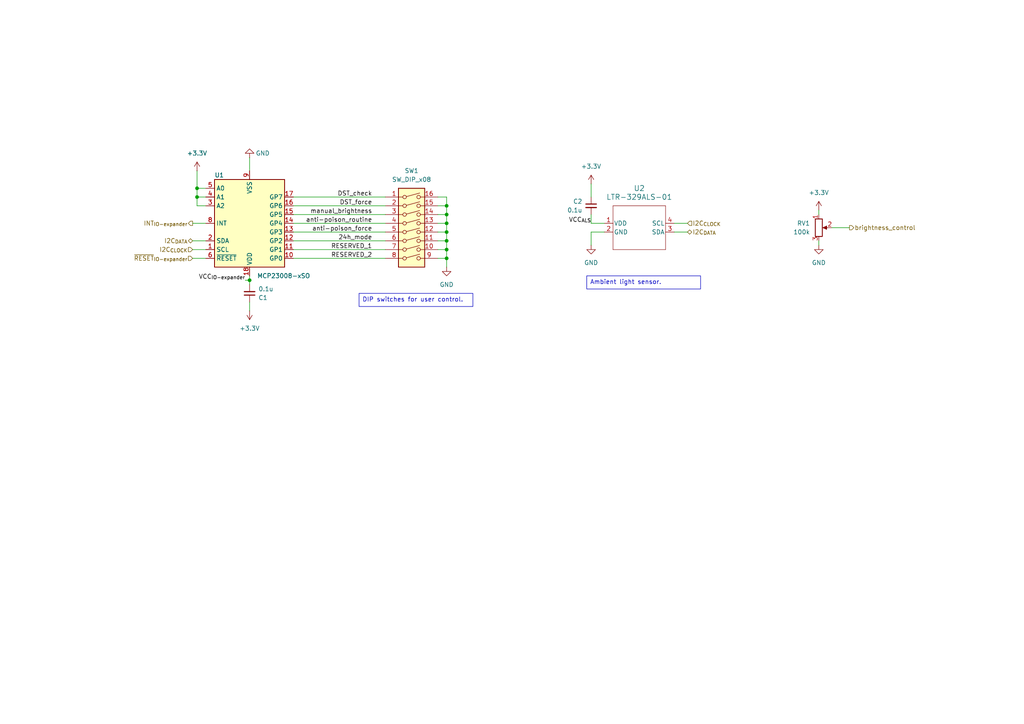
<source format=kicad_sch>
(kicad_sch (version 20231120) (generator "eeschema") (generator_version "8.0")
  (paper "A4")
  (title_block (title "Nixie Accurate Clock") (date "2024-03-24") (rev "B") (company "Paul Willis"))
  (lib_symbols
    (symbol "+3.3V_3" (power) (pin_numbers hide) (pin_names (offset 0) hide)
      (property "Value" "+3.3V" (at 0 3.556 0))
      (symbol "+3.3V_3_0_1"
        (polyline (pts (xy -0.762 1.27) (xy 0 2.54)))
        (polyline (pts (xy 0 0) (xy 0 2.54)))
        (polyline (pts (xy 0 2.54) (xy 0.762 1.27)))
      )
      (symbol "+3.3V_3_1_1"
        (pin power_in line (at 0 0 90) (length 0) (name "~") (number "1"))
      )
    )
    (symbol "+3.3V_4" (power) (pin_numbers hide) (pin_names (offset 0) hide)
      (property "Value" "+3.3V" (at 0 3.556 0))
      (symbol "+3.3V_4_0_1"
        (polyline (pts (xy -0.762 1.27) (xy 0 2.54)))
        (polyline (pts (xy 0 0) (xy 0 2.54)))
        (polyline (pts (xy 0 2.54) (xy 0.762 1.27)))
      )
      (symbol "+3.3V_4_1_1"
        (pin power_in line (at 0 0 90) (length 0) (name "~") (number "1"))
      )
    )
    (symbol "00_lib:LTR-329ALS-01" (pin_names (offset 0.254))
      (property "Reference" "U" (at 10.16 10.16 0))
      (property "Value" "LTR-329ALS-01" (at 10.16 7.62 0))
      (symbol "LTR-329ALS-01_0_1"
        (polyline (pts (xy 2.54 -7.62) (xy 17.78 -7.62)) (stroke (width 0.127)))
        (polyline (pts (xy 2.54 5.08) (xy 2.54 -7.62)) (stroke (width 0.127)))
        (polyline (pts (xy 17.78 -7.62) (xy 17.78 5.08)) (stroke (width 0.127)))
        (polyline (pts (xy 17.78 5.08) (xy 2.54 5.08)) (stroke (width 0.127)))
      )
      (symbol "LTR-329ALS-01_1_1"
        (pin power_in line (at 0 0 0) (length 2.54) (name "VDD") (number "1"))
        (pin power_in line (at 0 -2.54 0) (length 2.54) (name "GND") (number "2"))
        (pin bidirectional line (at 20.32 -2.54 180) (length 2.54) (name "SDA") (number "3"))
        (pin input line (at 20.32 0 180) (length 2.54) (name "SCL") (number "4"))
      )
    )
    (symbol "C_Small_5" (pin_numbers hide) (pin_names (offset 0.254) hide)
      (property "Reference" "C9" (at -2.54 1.2637 0))
      (property "Value" "0.1u" (at -2.54 -1.2763 0))
      (symbol "C_Small_5_0_1"
        (polyline (pts (xy -1.524 -0.508) (xy 1.524 -0.508)) (stroke (width 0.3302)))
        (polyline (pts (xy -1.524 0.508) (xy 1.524 0.508)) (stroke (width 0.3048)))
      )
      (symbol "C_Small_5_1_1"
        (pin passive line (at 0 2.54 270) (length 2.032) (name "~") (number "1"))
        (pin power_out line (at 0 -2.54 90) (length 2.032) (name "~") (number "2"))
      )
    )
    (symbol "Device:R_Potentiometer" (pin_names (offset 1.016) hide)
      (property "Reference" "RV" (at -4.445 0 90))
      (property "Value" "R_Potentiometer" (at -2.54 0 90))
      (symbol "R_Potentiometer_0_1"
        (polyline (pts (xy 2.54 0) (xy 1.524 0)))
        (polyline (pts (xy 1.143 0) (xy 2.286 0.508) (xy 2.286 -0.508) (xy 1.143 0)) (fill (type outline)))
        (rectangle (start 1.016 2.54) (end -1.016 -2.54) (stroke (width 0.254)))
      )
      (symbol "R_Potentiometer_1_1"
        (pin passive line (at 0 3.81 270) (length 1.27) (name "1") (number "1"))
        (pin passive line (at 3.81 0 180) (length 1.27) (name "2") (number "2"))
        (pin passive line (at 0 -3.81 90) (length 1.27) (name "3") (number "3"))
      )
    )
    (symbol "GND_15" (power) (pin_numbers hide) (pin_names (offset 0) hide)
      (property "Value" "GND" (at 0 -3.81 0))
      (symbol "GND_15_0_1"
        (polyline (pts (xy 0 0) (xy 0 -1.27) (xy 1.27 -1.27) (xy 0 -2.54) (xy -1.27 -1.27) (xy 0 -1.27)))
      )
      (symbol "GND_15_1_1"
        (pin power_in line (at 0 0 270) (length 0) (name "~") (number "1"))
      )
    )
    (symbol "GND_25" (power) (pin_numbers hide) (pin_names (offset 0) hide)
      (property "Value" "GND" (at 0 -3.81 0))
      (symbol "GND_25_0_1"
        (polyline (pts (xy 0 0) (xy 0 -1.27) (xy 1.27 -1.27) (xy 0 -2.54) (xy -1.27 -1.27) (xy 0 -1.27)))
      )
      (symbol "GND_25_1_1"
        (pin power_in line (at 0 0 270) (length 0) (name "~") (number "1"))
      )
    )
    (symbol "GND_9" (power) (pin_numbers hide) (pin_names (offset 0) hide)
      (property "Value" "GND" (at 0 -3.81 0))
      (symbol "GND_9_0_1"
        (polyline (pts (xy 0 0) (xy 0 -1.27) (xy 1.27 -1.27) (xy 0 -2.54) (xy -1.27 -1.27) (xy 0 -1.27)))
      )
      (symbol "GND_9_1_1"
        (pin power_in line (at 0 0 270) (length 0) (name "~") (number "1"))
      )
    )
    (symbol "Interface_Expansion:MCP23008-xSO"
      (property "Reference" "U" (at -8.89 13.97 0))
      (property "Value" "MCP23008-xSO" (at 8.89 13.97 0))
      (symbol "MCP23008-xSO_0_1"
        (rectangle (start -10.16 12.7) (end 10.16 -12.7) (stroke (width 0.254)) (fill (type background)))
      )
      (symbol "MCP23008-xSO_1_1"
        (pin input line (at -12.7 7.62 0) (length 2.54) (name "SCL") (number "1"))
        (pin bidirectional line (at 12.7 10.16 180) (length 2.54) (name "GP0") (number "10"))
        (pin bidirectional line (at 12.7 7.62 180) (length 2.54) (name "GP1") (number "11"))
        (pin bidirectional line (at 12.7 5.08 180) (length 2.54) (name "GP2") (number "12"))
        (pin bidirectional line (at 12.7 2.54 180) (length 2.54) (name "GP3") (number "13"))
        (pin bidirectional line (at 12.7 0 180) (length 2.54) (name "GP4") (number "14"))
        (pin bidirectional line (at 12.7 -2.54 180) (length 2.54) (name "GP5") (number "15"))
        (pin bidirectional line (at 12.7 -5.08 180) (length 2.54) (name "GP6") (number "16"))
        (pin bidirectional line (at 12.7 -7.62 180) (length 2.54) (name "GP7") (number "17"))
        (pin power_in line (at 0 15.24 270) (length 2.54) (name "VDD") (number "18"))
        (pin bidirectional line (at -12.7 5.08 0) (length 2.54) (name "SDA") (number "2"))
        (pin input line (at -12.7 -5.08 0) (length 2.54) (name "A2") (number "3"))
        (pin input line (at -12.7 -7.62 0) (length 2.54) (name "A1") (number "4"))
        (pin input line (at -12.7 -10.16 0) (length 2.54) (name "A0") (number "5"))
        (pin input line (at -12.7 10.16 0) (length 2.54) (name "~{RESET}") (number "6"))
        (pin no_connect line (at -10.16 -2.54 0) (length 2.54) hide (name "NC") (number "7"))
        (pin output line (at -12.7 0 0) (length 2.54) (name "INT") (number "8"))
        (pin power_in line (at 0 -15.24 90) (length 2.54) (name "VSS") (number "9"))
      )
    )
    (symbol "Switch:SW_DIP_x08" (pin_names (offset 0) hide)
      (property "Reference" "SW" (at 0 13.97 0))
      (property "Value" "SW_DIP_x08" (at 0 -11.43 0))
      (symbol "SW_DIP_x08_0_0"
        (circle (center -2.032 -7.62) (radius 0.508))
        (circle (center -2.032 -5.08) (radius 0.508))
        (circle (center -2.032 -2.54) (radius 0.508))
        (circle (center -2.032 0) (radius 0.508))
        (circle (center -2.032 2.54) (radius 0.508))
        (circle (center -2.032 5.08) (radius 0.508))
        (circle (center -2.032 7.62) (radius 0.508))
        (circle (center -2.032 10.16) (radius 0.508))
        (polyline (pts (xy -1.524 -7.4676) (xy 2.3622 -6.4262)))
        (polyline (pts (xy -1.524 -4.9276) (xy 2.3622 -3.8862)))
        (polyline (pts (xy -1.524 -2.3876) (xy 2.3622 -1.3462)))
        (polyline (pts (xy -1.524 0.127) (xy 2.3622 1.1684)))
        (polyline (pts (xy -1.524 2.667) (xy 2.3622 3.7084)))
        (polyline (pts (xy -1.524 5.207) (xy 2.3622 6.2484)))
        (polyline (pts (xy -1.524 7.747) (xy 2.3622 8.7884)))
        (polyline (pts (xy -1.524 10.287) (xy 2.3622 11.3284)))
        (circle (center 2.032 -7.62) (radius 0.508))
        (circle (center 2.032 -5.08) (radius 0.508))
        (circle (center 2.032 -2.54) (radius 0.508))
        (circle (center 2.032 0) (radius 0.508))
        (circle (center 2.032 2.54) (radius 0.508))
        (circle (center 2.032 5.08) (radius 0.508))
        (circle (center 2.032 7.62) (radius 0.508))
        (circle (center 2.032 10.16) (radius 0.508))
      )
      (symbol "SW_DIP_x08_0_1"
        (rectangle (start -3.81 12.7) (end 3.81 -10.16) (stroke (width 0.254)) (fill (type background)))
      )
      (symbol "SW_DIP_x08_1_1"
        (pin passive line (at -7.62 10.16 0) (length 5.08) (name "~") (number "1"))
        (pin passive line (at 7.62 -5.08 180) (length 5.08) (name "~") (number "10"))
        (pin passive line (at 7.62 -2.54 180) (length 5.08) (name "~") (number "11"))
        (pin passive line (at 7.62 0 180) (length 5.08) (name "~") (number "12"))
        (pin passive line (at 7.62 2.54 180) (length 5.08) (name "~") (number "13"))
        (pin passive line (at 7.62 5.08 180) (length 5.08) (name "~") (number "14"))
        (pin passive line (at 7.62 7.62 180) (length 5.08) (name "~") (number "15"))
        (pin passive line (at 7.62 10.16 180) (length 5.08) (name "~") (number "16"))
        (pin passive line (at -7.62 7.62 0) (length 5.08) (name "~") (number "2"))
        (pin passive line (at -7.62 5.08 0) (length 5.08) (name "~") (number "3"))
        (pin passive line (at -7.62 2.54 0) (length 5.08) (name "~") (number "4"))
        (pin passive line (at -7.62 0 0) (length 5.08) (name "~") (number "5"))
        (pin passive line (at -7.62 -2.54 0) (length 5.08) (name "~") (number "6"))
        (pin passive line (at -7.62 -5.08 0) (length 5.08) (name "~") (number "7"))
        (pin passive line (at -7.62 -7.62 0) (length 5.08) (name "~") (number "8"))
        (pin passive line (at 7.62 -7.62 180) (length 5.08) (name "~") (number "9"))
      )
    )
    (symbol "power:+3.3V" (power) (pin_numbers hide) (pin_names (offset 0) hide)
      (property "Value" "+3.3V" (at 0 3.556 0))
      (symbol "+3.3V_0_1"
        (polyline (pts (xy -0.762 1.27) (xy 0 2.54)))
        (polyline (pts (xy 0 0) (xy 0 2.54)))
        (polyline (pts (xy 0 2.54) (xy 0.762 1.27)))
      )
      (symbol "+3.3V_1_1"
        (pin power_in line (at 0 0 90) (length 0) (name "~") (number "1"))
      )
    )
    (symbol "power:GND" (power) (pin_numbers hide) (pin_names (offset 0) hide)
      (property "Value" "GND" (at 0 -3.81 0))
      (symbol "GND_0_1"
        (polyline (pts (xy 0 0) (xy 0 -1.27) (xy 1.27 -1.27) (xy 0 -2.54) (xy -1.27 -1.27) (xy 0 -1.27)))
      )
      (symbol "GND_1_1"
        (pin power_in line (at 0 0 270) (length 0) (name "~") (number "1"))
      )
    )
  )
  (junction (at 129.54 64.77))
  (junction (at 57.15 57.15))
  (junction (at 129.54 69.85))
  (junction (at 129.54 59.69))
  (junction (at 129.54 72.39))
  (junction (at 129.54 62.23))
  (junction (at 129.54 67.31))
  (junction (at 57.15 54.61))
  (junction (at 72.39 81.28))
  (junction (at 129.54 74.93))
  (wire (pts (xy 85.09 62.23) (xy 111.76 62.23)))
  (wire (pts (xy 127 62.23) (xy 129.54 62.23)))
  (wire (pts (xy 55.88 74.93) (xy 59.69 74.93)))
  (wire (pts (xy 55.88 72.39) (xy 59.69 72.39)))
  (wire (pts (xy 127 72.39) (xy 129.54 72.39)))
  (wire (pts (xy 129.54 69.85) (xy 129.54 72.39)))
  (wire (pts (xy 171.45 62.23) (xy 171.45 64.77)))
  (wire (pts (xy 129.54 64.77) (xy 129.54 67.31)))
  (wire (pts (xy 59.69 57.15) (xy 57.15 57.15)))
  (wire (pts (xy 129.54 67.31) (xy 129.54 69.85)))
  (wire (pts (xy 57.15 59.69) (xy 57.15 57.15)))
  (wire (pts (xy 57.15 54.61) (xy 59.69 54.61)))
  (wire (pts (xy 72.39 81.28) (xy 72.39 82.55)))
  (wire (pts (xy 171.45 67.31) (xy 175.26 67.31)))
  (wire (pts (xy 129.54 74.93) (xy 129.54 77.47)))
  (wire (pts (xy 57.15 57.15) (xy 57.15 54.61)))
  (wire (pts (xy 72.39 45.72) (xy 72.39 49.53)))
  (wire (pts (xy 129.54 59.69) (xy 129.54 62.23)))
  (wire (pts (xy 171.45 53.34) (xy 171.45 57.15)))
  (wire (pts (xy 85.09 74.93) (xy 111.76 74.93)))
  (wire (pts (xy 59.69 59.69) (xy 57.15 59.69)))
  (wire (pts (xy 127 64.77) (xy 129.54 64.77)))
  (wire (pts (xy 72.39 80.01) (xy 72.39 81.28)))
  (wire (pts (xy 127 57.15) (xy 129.54 57.15)))
  (wire (pts (xy 237.49 60.96) (xy 237.49 62.23)))
  (wire (pts (xy 85.09 69.85) (xy 111.76 69.85)))
  (wire (pts (xy 129.54 72.39) (xy 129.54 74.93)))
  (wire (pts (xy 85.09 67.31) (xy 111.76 67.31)))
  (wire (pts (xy 57.15 49.53) (xy 57.15 54.61)))
  (wire (pts (xy 241.3 66.04) (xy 246.38 66.04)))
  (wire (pts (xy 127 74.93) (xy 129.54 74.93)))
  (wire (pts (xy 129.54 57.15) (xy 129.54 59.69)))
  (wire (pts (xy 127 69.85) (xy 129.54 69.85)))
  (wire (pts (xy 85.09 57.15) (xy 111.76 57.15)))
  (wire (pts (xy 127 59.69) (xy 129.54 59.69)))
  (wire (pts (xy 72.39 87.63) (xy 72.39 90.17)))
  (wire (pts (xy 171.45 71.12) (xy 171.45 67.31)))
  (wire (pts (xy 195.58 67.31) (xy 199.39 67.31)))
  (wire (pts (xy 171.45 64.77) (xy 175.26 64.77)))
  (wire (pts (xy 85.09 64.77) (xy 111.76 64.77)))
  (wire (pts (xy 85.09 72.39) (xy 111.76 72.39)))
  (wire (pts (xy 55.88 64.77) (xy 59.69 64.77)))
  (wire (pts (xy 195.58 64.77) (xy 199.39 64.77)))
  (wire (pts (xy 237.49 71.12) (xy 237.49 69.85)))
  (wire (pts (xy 55.88 69.85) (xy 59.69 69.85)))
  (wire (pts (xy 85.09 59.69) (xy 111.76 59.69)))
  (wire (pts (xy 127 67.31) (xy 129.54 67.31)))
  (wire (pts (xy 71.12 81.28) (xy 72.39 81.28)))
  (wire (pts (xy 129.54 62.23) (xy 129.54 64.77)))
  (text_box "Ambient light sensor." (at 170.18 80.01 0) (size 33.02 3.81) (effects (font (size 1.27 1.27)) (justify left top)))
  (text_box "DIP switches for user control." (at 104.14 85.09 0) (size 33.02 3.81) (effects (font (size 1.27 1.27)) (justify left top)))
  (label "manual_brightness" (at 107.95 62.23 180))
  (label "DST_force" (at 107.95 59.69 180))
  (label "RESERVED_1" (at 107.95 72.39 180))
  (label "VCC_{ALS}" (at 171.45 64.77 180))
  (label "24h_mode" (at 107.95 69.85 180))
  (label "RESERVED_2" (at 107.95 74.93 180))
  (label "anti-poison_force" (at 107.95 67.31 180))
  (label "DST_check" (at 107.95 57.15 180))
  (label "anti-poison_routine" (at 107.95 64.77 180))
  (label "VCC_{IO-expander}" (at 71.12 81.28 180))
  (hierarchical_label "~{RESET}_{IO-expander}" (shape input) (at 55.88 74.93 180))
  (hierarchical_label "INT_{IO-expander}" (shape output) (at 55.88 64.77 180))
  (hierarchical_label "I2C_{DATA}" (shape bidirectional) (at 55.88 69.85 180))
  (hierarchical_label "brightness_control" (shape output) (at 246.38 66.04 0))
  (hierarchical_label "I2C_{CLOCK}" (shape input) (at 199.39 64.77 0))
  (hierarchical_label "I2C_{DATA}" (shape bidirectional) (at 199.39 67.31 0))
  (hierarchical_label "I2C_{CLOCK}" (shape input) (at 55.88 72.39 180))
  (symbol (lib_id "00_lib:LTR-329ALS-01") (at 175.26 64.77 0) (unit 1)
    (property "Reference" "U2" (at 185.42 54.61 0) (effects (font (size 1.524 1.524))))
    (property "Value" "LTR-329ALS-01" (at 185.42 57.15 0) (effects (font (size 1.524 1.524))))
    (property "Footprint" "00_lib:LTR-329ALS-01_LTO" (effects (hide yes)))
    (property "Datasheet" "https://optoelectronics.liteon.com/upload/download/DS86-2014-0006/LTR-329ALS-01_DS_V1.pdf" (effects (hide yes)))
    (property "Description" "I2C digital Ambient Light Sensor (ALS)" (effects (hide yes)))
    (property "Price" "0.97" (effects (hide yes)))
    (property "Digikey link" "https://www.digikey.com/en/products/detail/liteon/LTR-329ALS-01/4847334" (effects (hide yes)))
    (property "Mouser link" "https://www.mouser.com/ProductDetail/Lite-On/LTR-329ALS-01?qs=Ml%2FaxAEbwm8eHg8LIDPUrw%3D%3D" (effects (hide yes)))
  )
  (symbol (lib_name "GND_9") (lib_id "power:GND") (at 129.54 77.47 0) (unit 1)
    (property "Reference" "#PWR013" (effects (hide yes)))
    (property "Value" "GND" (at 129.54 82.55 0))
    (property "Description" "Power symbol creates a global label with name \"GND\" , ground" (effects (hide yes)))
  )
  (symbol (lib_id "Switch:SW_DIP_x08") (at 119.38 67.31 0) (unit 1)
    (property "Reference" "SW1" (at 119.38 49.53 0))
    (property "Value" "SW_DIP_x08" (at 119.38 52.07 0))
    (property "Footprint" "Button_Switch_SMD:SW_DIP_SPSTx08_Slide_6.7x21.88mm_W8.61mm_P2.54mm_LowProfile" (effects (hide yes)))
    (property "Datasheet" "https://www.ctscorp.com/wp-content/uploads/219.pdf" (effects (hide yes)))
    (property "Description" "8x DIP Switch, Single Pole Single Throw (SPST) switch, small symbol" (effects (hide yes)))
    (property "Model" "219-8MST" (effects (hide yes)))
    (property "Price" "0.95" (effects (hide yes)))
    (property "Digikey link" "https://www.digikey.com/en/products/detail/cts-electrocomponents/219-8MST/223209" (effects (hide yes)))
    (property "Mouser link" "https://www.mouser.com/ProductDetail/CTS-Electronic-Components/219-8MST?qs=qNzHFtQhdJ%252B8jOs%2FDCRqeg%3D%3D" (effects (hide yes)))
  )
  (symbol (lib_name "+3.3V_3") (lib_id "power:+3.3V") (at 237.49 60.96 0) (unit 1)
    (property "Reference" "#PWR05" (effects (hide yes)))
    (property "Value" "+3.3V" (at 237.49 55.88 0))
    (property "Description" "Power symbol creates a global label with name \"+3.3V\"" (effects (hide yes)))
  )
  (symbol (lib_id "power:+3.3V") (at 171.45 53.34 0) (unit 1)
    (property "Reference" "#PWR014" (effects (hide yes)))
    (property "Value" "+3.3V" (at 171.45 48.26 0))
    (property "Description" "Power symbol creates a global label with name \"+3.3V\"" (effects (hide yes)))
  )
  (symbol (lib_name "GND_25") (lib_id "power:GND") (at 171.45 71.12 0) (unit 1)
    (property "Reference" "#PWR017" (effects (hide yes)))
    (property "Value" "GND" (at 171.45 76.2 0))
    (property "Description" "Power symbol creates a global label with name \"GND\" , ground" (effects (hide yes)))
  )
  (symbol (lib_id "Device:R_Potentiometer") (at 237.49 66.04 0) (unit 1)
    (property "Reference" "RV1" (at 234.95 64.77 0) (effects (justify right)))
    (property "Value" "100k" (at 234.95 67.31 0) (effects (justify right)))
    (property "Footprint" "Potentiometer_SMD:Potentiometer_Bourns_3269X_Horizontal" (effects (hide yes)))
    (property "Datasheet" "https://www.bourns.com/docs/Product-Datasheets/3269.pdf" (effects (hide yes)))
    (property "Description" "Potentiometer" (effects (hide yes)))
    (property "Model" "3269X-1-104GLF" (effects (hide yes)))
    (property "Price" "3.68" (effects (hide yes)))
    (property "Digikey link" "https://www.digikey.com/en/products/detail/bourns-inc/3269X-1-104GLF/2535630" (effects (hide yes)))
    (property "Mouser link" "https://www.mouser.com/ProductDetail/Bourns/3269X-1-104GLF?qs=Rk6YzfsJF02hTa5cSpJqSw%3D%3D" (effects (hide yes)))
  )
  (symbol (lib_id "power:+3.3V") (at 57.15 49.53 0) (mirror y) (unit 1)
    (property "Reference" "#PWR012" (effects (hide yes)))
    (property "Value" "+3.3V" (at 57.15 44.45 0))
    (property "Description" "Power symbol creates a global label with name \"+3.3V\"" (effects (hide yes)))
  )
  (symbol (lib_name "C_Small_5") (lib_id "Device:C_Small") (at 72.39 85.09 180) (unit 1)
    (property "Reference" "C1" (at 74.93 86.3537 0) (effects (justify right)))
    (property "Value" "0.1u" (at 74.93 83.8137 0) (effects (justify right)))
    (property "Footprint" "Capacitor_SMD:C_0603_1608Metric" (effects (hide yes)))
    (property "Datasheet" "https://mm.digikey.com/Volume0/opasdata/d220001/medias/docus/609/CL10A105KA8NNNC_Spec.pdf" (effects (hide yes)))
    (property "Description" "Unpolarized capacitor, small symbol" (effects (hide yes)))
    (property "Model" "CL10B104KB8NNWC" (effects (hide yes)))
    (property "Price" "0.10" (effects (hide yes)))
    (property "Digikey link" "https://www.digikey.com/en/products/detail/samsung-electro-mechanics/CL10A105KA8NNNC/3886760" (effects (hide yes)))
    (property "Mouser link" "https://www.mouser.com/ProductDetail/Samsung-Electro-Mechanics/CL10A105KA8NNNC?qs=hqM3L16%252BxldY%252BnK4KzDJVg%3D%3D" (effects (hide yes)))
  )
  (symbol (lib_name "GND_15") (lib_id "power:GND") (at 237.49 71.12 0) (unit 1)
    (property "Reference" "#PWR07" (effects (hide yes)))
    (property "Value" "GND" (at 237.49 76.2 0))
    (property "Description" "Power symbol creates a global label with name \"GND\" , ground" (effects (hide yes)))
  )
  (symbol (lib_id "Interface_Expansion:MCP23008-xSO") (at 72.39 64.77 0) (mirror x) (unit 1)
    (property "Reference" "U1" (at 62.23 50.8 0) (effects (justify left)))
    (property "Value" "MCP23008-xSO" (at 74.5841 80.01 0) (effects (justify left)))
    (property "Footprint" "Package_SO:SOIC-18W_7.5x11.6mm_P1.27mm" (effects (hide yes)))
    (property "Datasheet" "http://ww1.microchip.com/downloads/en/DeviceDoc/MCP23008-MCP23S08-Data-Sheet-20001919F.pdf" (effects (hide yes)))
    (property "Description" "8-bit I/O expander, I2C, interrupts, SOIC-18" (effects (hide yes)))
    (property "Price" "1.37" (effects (hide yes)))
    (property "Digikey link" "https://www.digikey.com/en/products/detail/microchip-technology/MCP23008-E-SO/735952?s=N4IgTCBcDaILIGEAKYDMAGdAOAtAUQHoBlAeQAIQBdAXyA" (effects (hide yes)))
    (property "Mouser link" "https://www.mouser.com/ProductDetail/Microchip-Technology/MCP23008-E-SO?qs=Sez7gRs8XSWum74ZwQXTLw%3D%3D" (effects (hide yes)))
  )
  (symbol (lib_name "C_Small_5") (lib_id "Device:C_Small") (at 171.45 59.69 0) (unit 1)
    (property "Reference" "C2" (at 168.91 58.4263 0) (effects (justify right)))
    (property "Value" "0.1u" (at 168.91 60.9663 0) (effects (justify right)))
    (property "Footprint" "Capacitor_SMD:C_0603_1608Metric" (effects (hide yes)))
    (property "Datasheet" "https://mm.digikey.com/Volume0/opasdata/d220001/medias/docus/609/CL10A105KA8NNNC_Spec.pdf" (effects (hide yes)))
    (property "Description" "Unpolarized capacitor, small symbol" (effects (hide yes)))
    (property "Model" "CL10B104KB8NNWC" (effects (hide yes)))
    (property "Price" "0.10" (effects (hide yes)))
    (property "Digikey link" "https://www.digikey.com/en/products/detail/samsung-electro-mechanics/CL10A105KA8NNNC/3886760" (effects (hide yes)))
    (property "Mouser link" "https://www.mouser.com/ProductDetail/Samsung-Electro-Mechanics/CL10A105KA8NNNC?qs=hqM3L16%252BxldY%252BnK4KzDJVg%3D%3D" (effects (hide yes)))
  )
  (symbol (lib_name "+3.3V_4") (lib_id "power:+3.3V") (at 72.39 90.17 0) (mirror x) (unit 1)
    (property "Reference" "#PWR015" (effects (hide yes)))
    (property "Value" "+3.3V" (at 72.39 95.25 0))
    (property "Description" "Power symbol creates a global label with name \"+3.3V\"" (effects (hide yes)))
  )
  (symbol (lib_id "power:GND") (at 72.39 45.72 0) (mirror x) (unit 1)
    (property "Reference" "#PWR011" (effects (hide yes)))
    (property "Value" "GND" (at 76.2 44.45 0))
    (property "Description" "Power symbol creates a global label with name \"GND\" , ground" (effects (hide yes)))
  )
)
</source>
